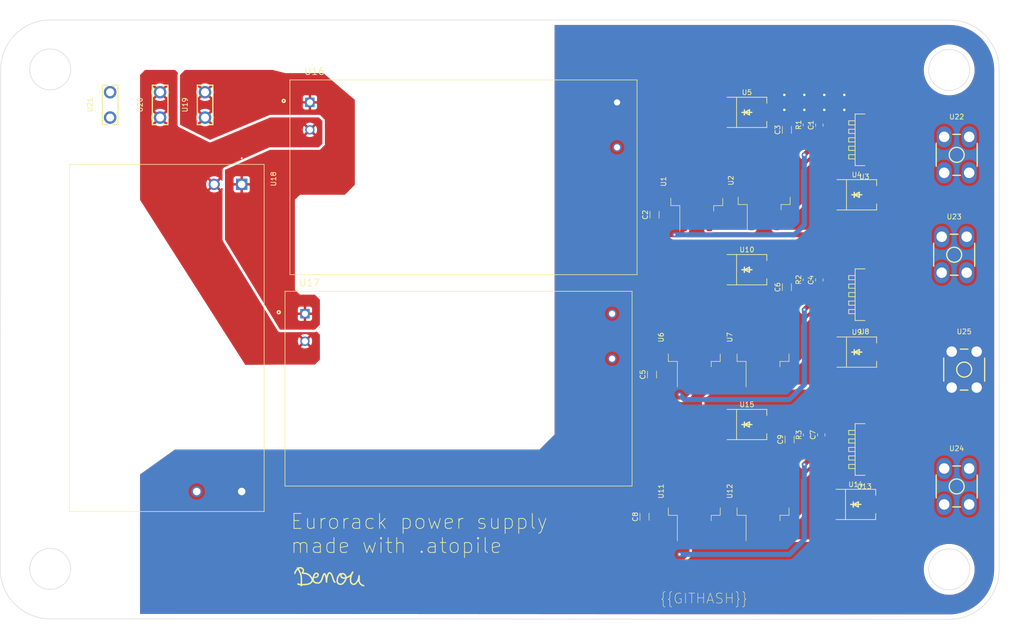
<source format=kicad_pcb>
(kicad_pcb (version 20221018) (generator pcbnew)
  (layers (0 "F.Cu" signal) (31 "B.Cu" signal) (34 "B.Paste" user) (35 "F.Paste" user) (36 "B.SilkS" user "B.Silkscreen") (37 "F.SilkS" user "F.Silkscreen") (38 "B.Mask" user) (39 "F.Mask" user) (44 "Edge.Cuts" user))
  (net 0 "")
  (net 1 "p1")
  (net 2 "p2")
  (net 3 "sink")
  (net 4 "p2-1")
  (net 5 "NC")
  (net 6 "sink-1")
  (net 7 "p2-2")
  (net 8 "sink-2")
  (net 9 "p2-3")
  (net 10 "sink-3")
  (net 11 "p1-1")
  (net 12 "NC-1")
  (net 13 "p2-4")
  (net 14 "sink-4")
  (net 15 "p2-5")
  (net 16 "sink-5")
  (net 17 "p1-2")
  (net 18 "L")
  (net 19 "N")
  (net 20 "NC-2")
  (net 21 "PE")
  (net 22 "v_pos-3")
  (net 23 "v_pos-4")
  (net 24 "v_pos-2")
  (net 25 "v_pos")
  (net 26 "v_neg")
  (net 27 "v_pos-1")
  (net 28 "v_neg-1")
  (footprint "Package_TO_SOT_SMD:TO-263-2" (layer "F.Cu") (at 202.72 93.54 90)
    (fp_text reference "U7" (at 0 -6.65 90) (layer "F.SilkS"))
    (fp_text value "?")
    (pad "1" smd roundrect (at -7.65 -2.54 90) (size 4.6 1.1) (layers "F.Cu" "F.Paste" "F.Mask") (roundrect_rratio 0.227273) (net 7 "p2-2"))
    (pad "2" smd roundrect (at -0.925 -2.775 90) (size 4.55 5.25) (layers "F.Cu" "F.Paste") (roundrect_rratio 0.054945) (net 10 "sink-3"))
    (pad "2" smd roundrect (at -0.925 2.775 90) (size 4.55 5.25) (layers "F.Cu" "F.Paste") (roundrect_rratio 0.054945) (net 10 "sink-3"))
    (pad "2" smd roundrect (at 1.5 0 90) (size 9.4 10.8) (layers "F.Cu" "F.Mask") (roundrect_rratio 0.026596) (net 10 "sink-3"))
    (pad "2" smd roundrect (at 3.925 -2.775 90) (size 4.55 5.25) (layers "F.Cu" "F.Paste") (roundrect_rratio 0.054945) (net 10 "sink-3"))
    (pad "2" smd roundrect (at 3.925 2.775 90) (size 4.55 5.25) (layers "F.Cu" "F.Paste") (roundrect_rratio 0.054945) (net 10 "sink-3"))
    (pad "3" smd roundrect (at -7.65 2.54 90) (size 4.6 1.1) (layers "F.Cu" "F.Paste" "F.Mask") (roundrect_rratio 0.227273) (net 9 "p2-3"))
  )
  (footprint "lib:C1206" (layer "F.Cu") (at 180.5 101 90)
    (fp_text reference "C5" (at 0 -1.85 90) (layer "F.SilkS"))
    (fp_text value "22uF")
    (pad "1" smd roundrect (at -1.475 0 90) (size 1.15 1.8) (layers "F.Cu" "F.Paste" "F.Mask") (roundrect_rratio 0.217391) (net 22 "v_pos-3"))
    (pad "2" smd roundrect (at 1.475 0 90) (size 1.15 1.8) (layers "F.Cu" "F.Paste" "F.Mask") (roundrect_rratio 0.217391) (net 28 "v_neg-1"))
  )
  (footprint "lib:IRM-30-15" (layer "F.Cu") (at 142.75 61.5)
    (fp_text reference "U16" (at -29.845 -21.209) (layer "F.SilkS") (effects (font (size 1.4 1.4))))
    (fp_text value "?")
    (pad "1" thru_hole rect (at -30.75 -15) (size 1.86 1.86) (drill 1.24) (layers "*.Cu" "*.Mask") (net 18 "L"))
    (pad "2" thru_hole circle (at -30.75 -9.5) (size 1.86 1.86) (drill 1.24) (layers "*.Cu" "*.Mask") (net 19 "N"))
    (pad "3" thru_hole circle (at 30.75 -6) (size 1.86 1.86) (drill 1.24) (layers "*.Cu" "*.Mask") (net 24 "v_pos-2"))
    (pad "4" thru_hole circle (at 30.75 -15) (size 1.86 1.86) (drill 1.24) (layers "*.Cu" "*.Mask") (net 26 "v_neg"))
  )
  (footprint "lib:SMC_L6.9-W5.9-LS7.9-RD" (layer "F.Cu") (at 221.5 65)
    (fp_text reference "U4" (at 0 -4) (layer "F.SilkS"))
    (fp_text value "")
    (pad "1" smd rect (at -3.69 0) (size 2.7 3.3) (layers "F.Cu" "F.Paste" "F.Mask") (net 4 "p2-1"))
    (pad "2" smd rect (at 3.69 0) (size 2.7 3.3) (layers "F.Cu" "F.Paste" "F.Mask") (net 25 "v_pos"))
  )
  (footprint "lib:C1206" (layer "F.Cu") (at 179 129.475 90)
    (fp_text reference "C8" (at 0 -1.85 90) (layer "F.SilkS"))
    (fp_text value "22uF")
    (pad "1" smd roundrect (at -1.475 0 90) (size 1.15 1.8) (layers "F.Cu" "F.Paste" "F.Mask") (roundrect_rratio 0.217391) (net 23 "v_pos-4"))
    (pad "2" smd roundrect (at 1.475 0 90) (size 1.15 1.8) (layers "F.Cu" "F.Paste" "F.Mask") (roundrect_rratio 0.217391) (net 26 "v_neg"))
  )
  (footprint "lib:C1206" (layer "F.Cu") (at 208.05 114 90)
    (fp_text reference "C9" (at 0 -1.85 90) (layer "F.SilkS"))
    (fp_text value "22uF")
    (pad "1" smd roundrect (at -1.475 0 90) (size 1.15 1.8) (layers "F.Cu" "F.Paste" "F.Mask") (roundrect_rratio 0.217391) (net 27 "v_pos-1"))
    (pad "2" smd roundrect (at 1.475 0 90) (size 1.15 1.8) (layers "F.Cu" "F.Paste" "F.Mask") (roundrect_rratio 0.217391) (net 26 "v_neg"))
  )
  (footprint "lib:DD-PAK-5_L10.2-W8.9-P1.70-LS14.0-BR" (layer "F.Cu") (at 223 54 180)
    (fp_text reference "U3" (at 0 -7.4 180) (layer "F.SilkS"))
    (fp_text value "")
    (pad "1" smd rect (at 5.05 3.4 180) (size 3.5 1.02) (layers "F.Cu" "F.Paste" "F.Mask") (net 5 "NC"))
    (pad "2" smd rect (at 5.05 1.7 180) (size 3.5 1.02) (layers "F.Cu" "F.Paste" "F.Mask") (net 1 "p1"))
    (pad "3" smd rect (at 5.05 0 180) (size 3.5 1.02) (layers "F.Cu" "F.Paste" "F.Mask") (net 25 "v_pos"))
    (pad "4" smd rect (at 5.05 -1.7 180) (size 3.5 1.02) (layers "F.Cu" "F.Paste" "F.Mask") (net 24 "v_pos-2"))
    (pad "5" smd rect (at 5.05 -3.4 180) (size 3.5 1.02) (layers "F.Cu" "F.Paste" "F.Mask") (net 4 "p2-1"))
    (pad "6" smd rect (at -5.05 0) (size 8.71 10.59) (layers "F.Cu" "F.Paste" "F.Mask") (net 25 "v_pos"))
  )
  (footprint "lib:PSK-30D-9" (layer "F.Cu") (at 83.34 93.66 -90)
    (fp_text reference "U18" (at -31.825 -21.385 -90) (layer "F.SilkS"))
    (fp_text value "?")
    (pad "1" thru_hole rect (at -30.75 -15 270) (size 2.25 2.25) (drill 1.5) (layers "*.Cu" "*.Mask") (net 18 "L"))
    (pad "2" thru_hole circle (at -30.75 -9.5 270) (size 2.25 2.25) (drill 1.5) (layers "*.Cu" "*.Mask") (net 19 "N"))
    (pad "3" thru_hole circle (at 30.75 -6 270) (size 2.25 2.25) (drill 1.5) (layers "*.Cu" "*.Mask") (net 23 "v_pos-4"))
    (pad "4" thru_hole circle (at 30.75 -15 270) (size 2.25 2.25) (drill 1.5) (layers "*.Cu" "*.Mask") (net 26 "v_neg"))
  )
  (footprint "lib:C1206" (layer "F.Cu") (at 181 69 90)
    (fp_text reference "C2" (at 0 -1.85 90) (layer "F.SilkS"))
    (fp_text value "22uF")
    (pad "1" smd roundrect (at -1.475 0 90) (size 1.15 1.8) (layers "F.Cu" "F.Paste" "F.Mask") (roundrect_rratio 0.217391) (net 24 "v_pos-2"))
    (pad "2" smd roundrect (at 1.475 0 90) (size 1.15 1.8) (layers "F.Cu" "F.Paste" "F.Mask") (roundrect_rratio 0.217391) (net 26 "v_neg"))
  )
  (footprint "lib:SMC_L6.9-W5.9-LS7.9-RD" (layer "F.Cu") (at 221.31 127)
    (fp_text reference "U14" (at 0 -4) (layer "F.SilkS"))
    (fp_text value "")
    (pad "1" smd rect (at -3.69 0) (size 2.7 3.3) (layers "F.Cu" "F.Paste" "F.Mask") (net 15 "p2-5"))
    (pad "2" smd rect (at 3.69 0) (size 2.7 3.3) (layers "F.Cu" "F.Paste" "F.Mask") (net 27 "v_pos-1"))
  )
  (footprint "lib:DD-PAK-5_L10.2-W8.9-P1.70-LS14.0-BR" (layer "F.Cu") (at 223 85 180)
    (fp_text reference "U8" (at 0 -7.4 180) (layer "F.SilkS"))
    (fp_text value "")
    (pad "1" smd rect (at 5.05 3.4 180) (size 3.5 1.02) (layers "F.Cu" "F.Paste" "F.Mask") (net 12 "NC-1"))
    (pad "2" smd rect (at 5.05 1.7 180) (size 3.5 1.02) (layers "F.Cu" "F.Paste" "F.Mask") (net 11 "p1-1"))
    (pad "3" smd rect (at 5.05 0 180) (size 3.5 1.02) (layers "F.Cu" "F.Paste" "F.Mask") (net 26 "v_neg"))
    (pad "4" smd rect (at 5.05 -1.7 180) (size 3.5 1.02) (layers "F.Cu" "F.Paste" "F.Mask") (net 22 "v_pos-3"))
    (pad "5" smd rect (at 5.05 -3.4 180) (size 3.5 1.02) (layers "F.Cu" "F.Paste" "F.Mask") (net 9 "p2-3"))
    (pad "6" smd rect (at -5.05 0) (size 8.71 10.59) (layers "F.Cu" "F.Paste" "F.Mask") (net 26 "v_neg"))
  )
  (footprint "lib:SMC_L6.9-W5.9-LS7.9-RD" (layer "F.Cu") (at 199.5 80)
    (fp_text reference "U10" (at 0 -4) (layer "F.SilkS"))
    (fp_text value "")
    (pad "1" smd rect (at -3.69 0) (size 2.7 3.3) (layers "F.Cu" "F.Paste" "F.Mask") (net 26 "v_neg"))
    (pad "2" smd rect (at 3.69 0) (size 2.7 3.3) (layers "F.Cu" "F.Paste" "F.Mask") (net 28 "v_neg-1"))
  )
  (footprint "lib:C0805" (layer "F.Cu") (at 214.39 113.07 90)
    (fp_text reference "C7" (at 0 -1.68 90) (layer "F.SilkS"))
    (fp_text value "10.0 pF")
    (pad "1" smd roundrect (at -0.95 0 90) (size 1 1.45) (layers "F.Cu" "F.Paste" "F.Mask") (net 17 "p1-2"))
    (pad "2" smd roundrect (at 0.95 0 90) (size 1 1.45) (layers "F.Cu" "F.Paste" "F.Mask") (net 26 "v_neg"))
  )
  (footprint "lib:CONN-TH_T34001" (layer "F.Cu") (at 241 77)
    (fp_text reference "U23" (at 0 -7.6) (layer "F.SilkS"))
    (fp_text value "")
    (pad "1" thru_hole oval (at -2.5 3.6) (size 3 4.25) (drill 2.100021) (layers "*.Cu" "*.Mask") (net 28 "v_neg-1"))
    (pad "2" thru_hole oval (at 2.5 3.6) (size 3 4.25) (drill 2.100021) (layers "*.Cu" "*.Mask") (net 28 "v_neg-1"))
    (pad "3" thru_hole oval (at 2.5 -3.6) (size 3 4.25) (drill 2.100021) (layers "*.Cu" "*.Mask") (net 28 "v_neg-1"))
    (pad "4" thru_hole oval (at -2.5 -3.6) (size 3 4.25) (drill 2.100021) (layers "*.Cu" "*.Mask") (net 28 "v_neg-1"))
  )
  (footprint "lib:R0805" (layer "F.Cu") (at 211.5 82 90)
    (fp_text reference "R2" (at 0 -1.65 90) (layer "F.SilkS"))
    (fp_text value "243k")
    (pad "1" smd roundrect (at -0.9125 0 90) (size 1.025 1.4) (layers "F.Cu" "F.Paste" "F.Mask") (roundrect_rratio 0.243902) (net 11 "p1-1"))
    (pad "2" smd roundrect (at 0.9125 0 90) (size 1.025 1.4) (layers "F.Cu" "F.Paste" "F.Mask") (roundrect_rratio 0.243902) (net 28 "v_neg-1"))
  )
  (footprint "lib:C1206" (layer "F.Cu") (at 207.5 52 90)
    (fp_text reference "C3" (at 0 -1.85 90) (layer "F.SilkS"))
    (fp_text value "22uF")
    (pad "1" smd roundrect (at -1.475 0 90) (size 1.15 1.8) (layers "F.Cu" "F.Paste" "F.Mask") (roundrect_rratio 0.217391) (net 25 "v_pos"))
    (pad "2" smd roundrect (at 1.475 0 90) (size 1.15 1.8) (layers "F.Cu" "F.Paste" "F.Mask") (roundrect_rratio 0.217391) (net 26 "v_neg"))
  )
  (footprint "lib:CONN-TH_T34001" (layer "F.Cu") (at 241.5 123.4)
    (fp_text reference "U24" (at 0 -7.6) (layer "F.SilkS"))
    (fp_text value "")
    (pad "1" thru_hole oval (at -2.5 3.6) (size 3 4.25) (drill 2.100021) (layers "*.Cu" "*.Mask") (net 27 "v_pos-1"))
    (pad "2" thru_hole oval (at 2.5 3.6) (size 3 4.25) (drill 2.100021) (layers "*.Cu" "*.Mask") (net 27 "v_pos-1"))
    (pad "3" thru_hole oval (at 2.5 -3.6) (size 3 4.25) (drill 2.100021) (layers "*.Cu" "*.Mask") (net 27 "v_pos-1"))
    (pad "4" thru_hole oval (at -2.5 -3.6) (size 3 4.25) (drill 2.100021) (layers "*.Cu" "*.Mask") (net 27 "v_pos-1"))
  )
  (footprint "lib:CONN-TH_63849-1" (layer "F.Cu") (at 91 47 90)
    (fp_text reference "U19" (at 0 -4 90) (layer "F.SilkS"))
    (fp_text value "")
    (pad "1" thru_hole circle (at -2.54 0 90) (size 2.5 2.5) (drill 1.599997) (layers "*.Cu" "*.Mask") (net 18 "L"))
    (pad "1" thru_hole circle (at 2.54 0 90) (size 2.5 2.5) (drill 1.599997) (layers "*.Cu" "*.Mask") (net 18 "L"))
  )
  (footprint "Package_TO_SOT_SMD:TO-263-2" (layer "F.Cu") (at 202.72 124.35 90)
    (fp_text reference "U12" (at 0 -6.65 90) (layer "F.SilkS"))
    (fp_text value "?")
    (pad "1" smd roundrect (at -7.65 -2.54 90) (size 4.6 1.1) (layers "F.Cu" "F.Paste" "F.Mask") (roundrect_rratio 0.227273) (net 13 "p2-4"))
    (pad "2" smd roundrect (at -0.925 -2.775 90) (size 4.55 5.25) (layers "F.Cu" "F.Paste") (roundrect_rratio 0.054945) (net 16 "sink-5"))
    (pad "2" smd roundrect (at -0.925 2.775 90) (size 4.55 5.25) (layers "F.Cu" "F.Paste") (roundrect_rratio 0.054945) (net 16 "sink-5"))
    (pad "2" smd roundrect (at 1.5 0 90) (size 9.4 10.8) (layers "F.Cu" "F.Mask") (roundrect_rratio 0.026596) (net 16 "sink-5"))
    (pad "2" smd roundrect (at 3.925 -2.775 90) (size 4.55 5.25) (layers "F.Cu" "F.Paste") (roundrect_rratio 0.054945) (net 16 "sink-5"))
    (pad "2" smd roundrect (at 3.925 2.775 90) (size 4.55 5.25) (layers "F.Cu" "F.Paste") (roundrect_rratio 0.054945) (net 16 "sink-5"))
    (pad "3" smd roundrect (at -7.65 2.54 90) (size 4.6 1.1) (layers "F.Cu" "F.Paste" "F.Mask") (roundrect_rratio 0.227273) (net 15 "p2-5"))
  )
  (footprint "lib:DD-PAK-5_L10.2-W8.9-P1.70-LS14.0-BR" (layer "F.Cu") (at 223 116 180)
    (fp_text reference "U13" (at 0 -7.4 180) (layer "F.SilkS"))
    (fp_text value "")
    (pad "1" smd rect (at 5.05 3.4 180) (size 3.5 1.02) (layers "F.Cu" "F.Paste" "F.Mask") (net 20 "NC-2"))
    (pad "2" smd rect (at 5.05 1.7 180) (size 3.5 1.02) (layers "F.Cu" "F.Paste" "F.Mask") (net 17 "p1-2"))
    (pad "3" smd rect (at 5.05 0 180) (size 3.5 1.02) (layers "F.Cu" "F.Paste" "F.Mask") (net 27 "v_pos-1"))
    (pad "4" smd rect (at 5.05 -1.7 180) (size 3.5 1.02) (layers "F.Cu" "F.Paste" "F.Mask") (net 23 "v_pos-4"))
    (pad "5" smd rect (at 5.05 -3.4 180) (size 3.5 1.02) (layers "F.Cu" "F.Paste" "F.Mask") (net 15 "p2-5"))
    (pad "6" smd rect (at -5.05 0) (size 8.71 10.59) (layers "F.Cu" "F.Paste" "F.Mask") (net 27 "v_pos-1"))
  )
  (footprint "Package_TO_SOT_SMD:TO-263-2" (layer "F.Cu") (at 188.96 93.54 90)
    (fp_text reference "U6" (at 0 -6.65 90) (layer "F.SilkS"))
    (fp_text value "?")
    (pad "1" smd roundrect (at -7.65 -2.54 90) (size 4.6 1.1) (layers "F.Cu" "F.Paste" "F.Mask") (roundrect_rratio 0.227273) (net 22 "v_pos-3"))
    (pad "2" smd roundrect (at -0.925 -2.775 90) (size 4.55 5.25) (layers "F.Cu" "F.Paste") (roundrect_rratio 0.054945) (net 8 "sink-2"))
    (pad "2" smd roundrect (at -0.925 2.775 90) (size 4.55 5.25) (layers "F.Cu" "F.Paste") (roundrect_rratio 0.054945) (net 8 "sink-2"))
    (pad "2" smd roundrect (at 1.5 0 90) (size 9.4 10.8) (layers "F.Cu" "F.Mask") (roundrect_rratio 0.026596) (net 8 "sink-2"))
    (pad "2" smd roundrect (at 3.925 -2.775 90) (size 4.55 5.25) (layers "F.Cu" "F.Paste") (roundrect_rratio 0.054945) (net 8 "sink-2"))
    (pad "2" smd roundrect (at 3.925 2.775 90) (size 4.55 5.25) (layers "F.Cu" "F.Paste") (roundrect_rratio 0.054945) (net 8 "sink-2"))
    (pad "3" smd roundrect (at -7.65 2.54 90) (size 4.6 1.1) (layers "F.Cu" "F.Paste" "F.Mask") (roundrect_rratio 0.227273) (net 7 "p2-2"))
  )
  (footprint "lib:CONN-TH_63849-1" (layer "F.Cu") (at 72 47 90)
    (fp_text reference "U21" (at 0 -4 90) (layer "F.SilkS"))
    (fp_text value "")
    (pad "1" thru_hole circle (at -2.54 0 90) (size 2.5 2.5) (drill 1.599997) (layers "*.Cu" "*.Mask") (net 21 "PE"))
    (pad "1" thru_hole circle (at 2.54 0 90) (size 2.5 2.5) (drill 1.599997) (layers "*.Cu" "*.Mask") (net 21 "PE"))
  )
  (footprint "lib:R0805" (layer "F.Cu") (at 211.55 113.0875 90)
    (fp_text reference "R3" (at 0 -1.65 90) (layer "F.SilkS"))
    (fp_text value "100k")
    (pad "1" smd roundrect (at -0.9125 0 90) (size 1.025 1.4) (layers "F.Cu" "F.Paste" "F.Mask") (roundrect_rratio 0.243902) (net 17 "p1-2"))
    (pad "2" smd roundrect (at 0.9125 0 90) (size 1.025 1.4) (layers "F.Cu" "F.Paste" "F.Mask") (roundrect_rratio 0.243902) (net 26 "v_neg"))
  )
  (footprint "lib:C0805" (layer "F.Cu") (at 214 51.05 90)
    (fp_text reference "C1" (at 0 -1.68 90) (layer "F.SilkS"))
    (fp_text value "10.0 pF")
    (pad "1" smd roundrect (at -0.95 0 90) (size 1 1.45) (layers "F.Cu" "F.Paste" "F.Mask") (net 1 "p1"))
    (pad "2" smd roundrect (at 0.95 0 90) (size 1 1.45) (layers "F.Cu" "F.Paste" "F.Mask") (net 26 "v_neg"))
  )
  (footprint "lib:SMC_L6.9-W5.9-LS7.9-RD" (layer "F.Cu") (at 199.5 111)
    (fp_text reference "U15" (at 0 -4) (layer "F.SilkS"))
    (fp_text value "")
    (pad "1" smd rect (at -3.69 0) (size 2.7 3.3) (layers "F.Cu" "F.Paste" "F.Mask") (net 27 "v_pos-1"))
    (pad "2" smd rect (at 3.69 0) (size 2.7 3.3) (layers "F.Cu" "F.Paste" "F.Mask") (net 26 "v_neg"))
  )
  (footprint "lib:R0805" (layer "F.Cu") (at 211.5 51 90)
    (fp_text reference "R1" (at 0 -1.65 90) (layer "F.SilkS"))
    (fp_text value "243k")
    (pad "1" smd roundrect (at -0.9125 0 90) (size 1.025 1.4) (layers "F.Cu" "F.Paste" "F.Mask") (roundrect_rratio 0.243902) (net 1 "p1"))
    (pad "2" smd roundrect (at 0.9125 0 90) (size 1.025 1.4) (layers "F.Cu" "F.Paste" "F.Mask") (roundrect_rratio 0.243902) (net 26 "v_neg"))
  )
  (footprint "Package_TO_SOT_SMD:TO-263-2" (layer "F.Cu") (at 189.46 62.35 90)
    (fp_text reference "U1" (at 0 -6.65 90) (layer "F.SilkS"))
    (fp_text value "?")
    (pad "1" smd roundrect (at -7.65 -2.54 90) (size 4.6 1.1) (layers "F.Cu" "F.Paste" "F.Mask") (roundrect_rratio 0.227273) (net 24 "v_pos-2"))
    (pad "2" smd roundrect (at -0.925 -2.775 90) (size 4.55 5.25) (layers "F.Cu" "F.Paste") (roundrect_rratio 0.054945) (net 3 "sink"))
    (pad "2" smd roundrect (at -0.925 2.775 90) (size 4.55 5.25) (layers "F.Cu" "F.Paste") (roundrect_rratio 0.054945) (net 3 "sink"))
    (pad "2" smd roundrect (at 1.5 0 90) (size 9.4 10.8) (layers "F.Cu" "F.Mask") (roundrect_rratio 0.026596) (net 3 "sink"))
    (pad "2" smd roundrect (at 3.925 -2.775 90) (size 4.55 5.25) (layers "F.Cu" "F.Paste") (roundrect_rratio 0.054945) (net 3 "sink"))
    (pad "2" smd roundrect (at 3.925 2.775 90) (size 4.55 5.25) (layers "F.Cu" "F.Paste") (roundrect_rratio 0.054945) (net 3 "sink"))
    (pad "3" smd roundrect (at -7.65 2.54 90) (size 4.6 1.1) (layers "F.Cu" "F.Paste" "F.Mask") (roundrect_rratio 0.227273) (net 2 "p2"))
  )
  (footprint "lib:CONN-TH_T34001" (layer "F.Cu") (at 243 100)
    (fp_text reference "U25" (at 0 -7.6) (layer "F.SilkS"))
    (fp_text value "")
    (pad "1" thru_hole oval (at -2.5 3.6) (size 3 4.25) (drill 2.100021) (layers "*.Cu" "*.Mask") (net 26 "v_neg"))
    (pad "2" thru_hole oval (at 2.5 3.6) (size 3 4.25) (drill 2.100021) (layers "*.Cu" "*.Mask") (net 26 "v_neg"))
    (pad "3" thru_hole oval (at 2.5 -3.6) (size 3 4.25) (drill 2.100021) (layers "*.Cu" "*.Mask") (net 26 "v_neg"))
    (pad "4" thru_hole oval (at -2.5 -3.6) (size 3 4.25) (drill 2.100021) (layers "*.Cu" "*.Mask") (net 26 "v_neg"))
  )
  (footprint "lib:CONN-TH_T34001" (layer "F.Cu") (at 241.5 57)
    (fp_text reference "U22" (at 0 -7.6) (layer "F.SilkS"))
    (fp_text value "")
    (pad "1" thru_hole oval (at -2.5 3.6) (size 3 4.25) (drill 2.100021) (layers "*.Cu" "*.Mask") (net 25 "v_pos"))
    (pad "2" thru_hole oval (at 2.5 3.6) (size 3 4.25) (drill 2.100021) (layers "*.Cu" "*.Mask") (net 25 "v_pos"))
    (pad "3" thru_hole oval (at 2.5 -3.6) (size 3 4.25) (drill 2.100021) (layers "*.Cu" "*.Mask") (net 25 "v_pos"))
    (pad "4" thru_hole oval (at -2.5 -3.6) (size 3 4.25) (drill 2.100021) (layers "*.Cu" "*.Mask") (net 25 "v_pos"))
  )
  (footprint "lib:IRM-30-15" (layer "F.Cu") (at 141.76 103.82)
    (fp_text reference "U17" (at -29.845 -21.209) (layer "F.SilkS") (effects (font (size 1.4 1.4))))
    (fp_text value "?")
    (pad "1" thru_hole rect (at -30.75 -15) (size 1.86 1.86) (drill 1.24) (layers "*.Cu" "*.Mask") (net 18 "L"))
    (pad "2" thru_hole circle (at -30.75 -9.5) (size 1.86 1.86) (drill 1.24) (layers "*.Cu" "*.Mask") (net 19 "N"))
    (pad "3" thru_hole circle (at 30.75 -6) (size 1.86 1.86) (drill 1.24) (layers "*.Cu" "*.Mask") (net 22 "v_pos-3"))
    (pad "4" thru_hole circle (at 30.75 -15) (size 1.86 1.86) (drill 1.24) (layers "*.Cu" "*.Mask") (net 28 "v_neg-1"))
  )
  (footprint "lib:SMC_L6.9-W5.9-LS7.9-RD" (layer "F.Cu") (at 221.5 96.5)
    (fp_text reference "U9" (at 0 -4) (layer "F.SilkS"))
    (fp_text value "")
    (pad "1" smd rect (at -3.69 0) (size 2.7 3.3) (layers "F.Cu" "F.Paste" "F.Mask") (net 9 "p2-3"))
    (pad "2" smd rect (at 3.69 0) (size 2.7 3.3) (layers "F.Cu" "F.Paste" "F.Mask") (net 26 "v_neg"))
  )
  (footprint "lib:C1206" (layer "F.Cu") (at 207.5 83.5 90)
    (fp_text reference "C6" (at 0 -1.85 90) (layer "F.SilkS"))
    (fp_text value "22uF")
    (pad "1" smd roundrect (at -1.475 0 90) (size 1.15 1.8) (layers "F.Cu" "F.Paste" "F.Mask") (roundrect_rratio 0.217391) (net 26 "v_neg"))
    (pad "2" smd roundrect (at 1.475 0 90) (size 1.15 1.8) (layers "F.Cu" "F.Paste" "F.Mask") (roundrect_rratio 0.217391) (net 28 "v_neg-1"))
  )
  (footprint "Package_TO_SOT_SMD:TO-263-2" (layer "F.Cu") (at 202.955 62.135 90)
    (fp_text reference "U2" (at 0 -6.65 90) (layer "F.SilkS"))
    (fp_text value "?")
    (pad "1" smd roundrect (at -7.65 -2.54 90) (size 4.6 1.1) (layers "F.Cu" "F.Paste" "F.Mask") (roundrect_rratio 0.227273) (net 2 "p2"))
    (pad "2" smd roundrect (at -0.925 -2.775 90) (size 4.55 5.25) (layers "F.Cu" "F.Paste") (roundrect_rratio 0.054945) (net 6 "sink-1"))
    (pad "2" smd roundrect (at -0.925 2.775 90) (size 4.55 5.25) (layers "F.Cu" "F.Paste") (roundrect_rratio 0.054945) (net 6 "sink-1"))
    (pad "2" smd roundrect (at 1.5 0 90) (size 9.4 10.8) (layers "F.Cu" "F.Mask") (roundrect_rratio 0.026596) (net 6 "sink-1"))
    (pad "2" smd roundrect (at 3.925 -2.775 90) (size 4.55 5.25) (layers "F.Cu" "F.Paste") (roundrect_rratio 0.054945) (net 6 "sink-1"))
    (pad "2" smd roundrect (at 3.925 2.775 90) (size 4.55 5.25) (layers "F.Cu" "F.Paste") (roundrect_rratio 0.054945) (net 6 "sink-1"))
    (pad "3" smd roundrect (at -7.65 2.54 90) (size 4.6 1.1) (layers "F.Cu" "F.Paste" "F.Mask") (roundrect_rratio 0.227273) (net 4 "p2-1"))
  )
  (footprint "lib:SMC_L6.9-W5.9-LS7.9-RD" (layer "F.Cu") (at 199.5 48.5)
    (fp_text reference "U5" (at 0 -4) (layer "F.SilkS"))
    (fp_text value "")
    (pad "1" smd rect (at -3.69 0) (size 2.7 3.3) (layers "F.Cu" "F.Paste" "F.Mask") (net 25 "v_pos"))
    (pad "2" smd rect (at 3.69 0) (size 2.7 3.3) (layers "F.Cu" "F.Paste" "F.Mask") (net 26 "v_neg"))
  )
  (footprint "lib:CONN-TH_63849-1" (layer "F.Cu") (at 82 47 90)
    (fp_text reference "U20" (at 0 -4 90) (layer "F.SilkS"))
    (fp_text value "")
    (pad "1" thru_hole circle (at -2.54 0 90) (size 2.5 2.5) (drill 1.599997) (layers "*.Cu" "*.Mask") (net 19 "N"))
    (pad "1" thru_hole circle (at 2.54 0 90) (size 2.5 2.5) (drill 1.599997) (layers "*.Cu" "*.Mask") (net 19 "N"))
  )
  (footprint "lib:C0805" (layer "F.Cu") (at 214 82.05 90)
    (fp_text reference "C4" (at 0 -1.68 90) (layer "F.SilkS"))
    (fp_text value "10.0 pF")
    (pad "1" smd roundrect (at -0.95 0 90) (size 1 1.45) (layers "F.Cu" "F.Paste" "F.Mask") (net 11 "p1-1"))
    (pad "2" smd roundrect (at 0.95 0 90) (size 1 1.45) (layers "F.Cu" "F.Paste" "F.Mask") (net 28 "v_neg-1"))
  )
  (footprint "Package_TO_SOT_SMD:TO-263-2" (layer "F.Cu") (at 188.96 124.35 90)
    (fp_text reference "U11" (at 0 -6.65 90) (layer "F.SilkS"))
    (fp_text value "?")
    (pad "1" smd roundrect (at -7.65 -2.54 90) (size 4.6 1.1) (layers "F.Cu" "F.Paste" "F.Mask") (roundrect_rratio 0.227273) (net 23 "v_pos-4"))
    (pad "2" smd roundrect (at -0.925 -2.775 90) (size 4.55 5.25) (layers "F.Cu" "F.Paste") (roundrect_rratio 0.054945) (net 14 "sink-4"))
    (pad "2" smd roundrect (at -0.925 2.775 90) (size 4.55 5.25) (layers "F.Cu" "F.Paste") (roundrect_rratio 0.054945) (net 14 "sink-4"))
    (pad "2" smd roundrect (at 1.5 0 90) (size 9.4 10.8) (layers "F.Cu" "F.Mask") (roundrect_rratio 0.026596) (net 14 "sink-4"))
    (pad "2" smd roundrect (at 3.925 -2.775 90) (size 4.55 5.25) (layers "F.Cu" "F.Paste") (roundrect_rratio 0.054945) (net 14 "sink-4"))
    (pad "2" smd roundrect (at 3.925 2.775 90) (size 4.55 5.25) (layers "F.Cu" "F.Paste") (roundrect_rratio 0.054945) (net 14 "sink-4"))
    (pad "3" smd roundrect (at -7.65 2.54 90) (size 4.6 1.1) (layers "F.Cu" "F.Paste" "F.Mask") (roundrect_rratio 0.227273) (net 13 "p2-4"))
  )
  (footprint "benou:Benou_bot_graphics_15mm" (layer "B.Cu") (at 116 141 180)
    (fp_text reference "BenouGraphic" hide)
    (fp_text value "" hide)
  )
  (gr_arc (start 50.100495 39.998995) (mid 52.96473 32.934731) (end 60 30) (stroke (width 0.1)) (layer "Edge.Cuts"))
  (gr_circle (center 240 40) (end 244.1 40) (stroke (width 0.1)) (fill none) (layer "Edge.Cuts"))
  (gr_circle (center 60 139.9) (end 64.1 139.9) (stroke (width 0.1)) (fill none) (layer "Edge.Cuts"))
  (gr_circle (center 240 140) (end 244.1 140) (stroke (width 0.1)) (fill none) (layer "Edge.Cuts"))
  (gr_circle (center 60 39.9) (end 64.1 39.9) (stroke (width 0.1)) (fill none) (layer "Edge.Cuts"))
  (gr_line (start 50.100495 39.998995) (end 50.000001 140) (stroke (width 0.1)) (layer "Edge.Cuts"))
  (gr_line (start 60 149.900499) (end 240 150) (stroke (width 0.1)) (layer "Edge.Cuts"))
  (gr_line (start 250 140) (end 250 40) (stroke (width 0.1)) (layer "Edge.Cuts"))
  (gr_arc (start 250 140) (mid 247.071068 147.071068) (end 240 150) (stroke (width 0.1)) (layer "Edge.Cuts"))
  (gr_arc (start 60 149.900499) (mid 52.964024 147.006688) (end 50.000001 140) (stroke (width 0.1)) (layer "Edge.Cuts"))
  (gr_arc (start 240 30) (mid 247.071068 32.928932) (end 250 40) (stroke (width 0.1)) (layer "Edge.Cuts"))
  (gr_line (start 240 30) (end 60 30) (stroke (width 0.1)) (layer "Edge.Cuts"))
  (gr_text "{{GITHASH}} " (at 182 147) (layer "F.SilkS") (effects (font (size 2 2) (thickness 0.1)) (justify left bottom)))
  (gr_text "Eurorack power supply\nmade with .atopile" (at 108 137) (layer "F.SilkS") (effects (font (size 3 3)) (justify left bottom)))
  (segment (start 217.95 52.3) (end 211.8875 52.3) (width 1) (layer "F.Cu") (net 1))
  (segment (start 211.8875 52.3) (end 211.5 51.9125) (width 1) (layer "F.Cu") (net 1))
  (segment (start 217.95 83.3) (end 211.8875 83.3) (width 1) (layer "F.Cu") (net 11))
  (segment (start 211.8875 83.3) (end 211.5 82.9125) (width 1) (layer "F.Cu") (net 11))
  (segment (start 217.4 114.3) (end 211.3 114.3) (width 1) (layer "F.Cu") (net 17))
  (segment (start 211.3 114.3) (end 211 114) (width 1) (layer "F.Cu") (net 17))
  (segment (start 217.95 86.7) (end 212.3 86.7) (width 1) (layer "F.Cu") (net 22))
  (segment (start 212.3 86.7) (end 211 88) (width 1) (layer "F.Cu") (net 22))
  (via (at 211 88) (size 0.8) (drill 0.4) (layers "F.Cu" "B.Cu") (net 22))
  (via (at 186 105) (size 1) (drill 0.4) (layers "F.Cu" "B.Cu") (net 22))
  (segment (start 208 106) (end 187 106) (width 1) (layer "B.Cu") (net 22))
  (segment (start 187 106) (end 186 105) (width 1) (layer "B.Cu") (net 22))
  (segment (start 211 103) (end 208 106) (width 1) (layer "B.Cu") (net 22))
  (segment (start 211 88) (end 211 103) (width 1) (layer "B.Cu") (net 22))
  (segment (start 217.95 117.7) (end 212.3 117.7) (width 1) (layer "F.Cu") (net 23))
  (segment (start 212.3 117.7) (end 211 119) (width 1) (layer "F.Cu") (net 23))
  (via (at 211 119) (size 1) (drill 0.4) (layers "F.Cu" "B.Cu") (net 23))
  (via (at 186 137) (size 1) (drill 0.5) (layers "F.Cu" "B.Cu") (net 23))
  (segment (start 211 119) (end 211 134) (width 1) (layer "B.Cu") (net 23))
  (segment (start 211 134) (end 208 137) (width 1) (layer "B.Cu") (net 23))
  (segment (start 208 137) (end 186 137) (width 1) (layer "B.Cu") (net 23))
  (segment (start 217.95 55.7) (end 212.3 55.7) (width 1) (layer "F.Cu") (net 24))
  (segment (start 212.3 55.7) (end 211 57) (width 1) (layer "F.Cu") (net 24))
  (via (at 211 57) (size 1) (drill 0.5) (layers "F.Cu" "B.Cu") (net 24))
  (via (at 185 73) (size 0.8) (drill 0.4) (layers "F.Cu" "B.Cu") (net 24))
  (segment (start 211 57) (end 211 71) (width 1) (layer "B.Cu") (net 24))
  (segment (start 211 71) (end 209 73) (width 1) (layer "B.Cu") (net 24))
  (segment (start 209 73) (end 185 73) (width 1) (layer "B.Cu") (net 24))
  (via (at 219 48) (size 1) (drill 0.5) (layers "F.Cu" "B.Cu") (net 26))
  (via (at 211 48) (size 1) (drill 0.5) (layers "F.Cu" "B.Cu") (net 26))
  (via (at 215 45) (size 1) (drill 0.5) (layers "F.Cu" "B.Cu") (net 26))
  (via (at 207 45) (size 1) (drill 0.5) (layers "F.Cu" "B.Cu") (net 26))
  (via (at 211 45) (size 1) (drill 0.5) (layers "F.Cu" "B.Cu") (net 26))
  (via (at 215 48) (size 1) (drill 0.5) (layers "F.Cu" "B.Cu") (net 26))
  (via (at 219 45) (size 1) (drill 0.5) (layers "F.Cu" "B.Cu") (net 26))
  (via (at 207 48) (size 1) (drill 0.5) (layers "F.Cu" "B.Cu") (net 26))
  (zone (net 26) (net_name "v_neg") (layer "F.Cu") (connect_pads yes (clearance 0.5)) (min_thickness 0.25) (fill yes (thermal_gap 0.5) (thermal_bridge_width 0.5))
    (polygon (pts (xy 161 113) (xy 158 116) (xy 85 116) (xy 78 121) (xy 78 154) (xy 255 154) (xy 255 26) (xy 161 26) (xy 161 32)))
  )
  (zone (net 25) (net_name "v_pos") (layer "F.Cu") (priority 9) (connect_pads yes (clearance 0.5)) (min_thickness 0.25) (fill yes (thermal_gap 0.5) (thermal_bridge_width 0.5) (island_removal_mode 1) (island_area_min 10))
    (polygon (pts (xy 191 36) (xy 193 34) (xy 228 34) (xy 230 36) (xy 230 43) (xy 235 48) (xy 244 48) (xy 247 51) (xy 247 64) (xy 244 67) (xy 239 67) (xy 234 67) (xy 229 67) (xy 221 67) (xy 219 65) (xy 219 56) (xy 198 56) (xy 191 49)))
  )
  (zone (net 26) (net_name "v_neg") (layer "F.Cu") (priority 11) (connect_pads yes (clearance 0.5)) (min_thickness 0.25) (fill yes (thermal_gap 0.5) (thermal_bridge_width 0.5) (island_removal_mode 1) (island_area_min 10))
    (polygon (pts (xy 201 109) (xy 220 109) (xy 222 111) (xy 222 114) (xy 221 115) (xy 202 115) (xy 200 113) (xy 200 110)))
  )
  (zone (net 24) (net_name "v_pos-2") (layer "F.Cu") (priority 7) (connect_pads yes (clearance 0.5)) (min_thickness 0.25) (fill yes (thermal_gap 0.5) (thermal_bridge_width 0.5) (island_removal_mode 1) (island_area_min 10))
    (polygon (pts (xy 170 53) (xy 171 52) (xy 176 52) (xy 177 53) (xy 177 68) (xy 178 69) (xy 183 69) (xy 185 68) (xy 187 68) (xy 187 73) (xy 186 74) (xy 171 74) (xy 170 73)))
  )
  (zone (net 15) (net_name "p2-5") (layer "F.Cu") (priority 8) (connect_pads yes (clearance 0.5)) (min_thickness 0.25) (fill yes (thermal_gap 0.5) (thermal_bridge_width 0.5) (island_removal_mode 1) (island_area_min 10))
    (polygon (pts (xy 205 130) (xy 210 130) (xy 211 129) (xy 211 122) (xy 214 119) (xy 219 119) (xy 219 129) (xy 218 130) (xy 218 133) (xy 217 134) (xy 205 134)))
  )
  (zone (net 9) (net_name "p2-3") (layer "F.Cu") (priority 8) (connect_pads yes (clearance 0.5)) (min_thickness 0.25) (fill yes (thermal_gap 0.5) (thermal_bridge_width 0.5) (island_removal_mode 1) (island_area_min 10))
    (polygon (pts (xy 205 99) (xy 210 99) (xy 211 98) (xy 211 91) (xy 214 88) (xy 219 88) (xy 219 98) (xy 218 99) (xy 218 102) (xy 217 103) (xy 205 103)))
  )
  (zone (net 27) (net_name "v_pos-1") (layer "F.Cu") (priority 9) (connect_pads yes (clearance 0.5)) (min_thickness 0.25) (fill yes (thermal_gap 0.5) (thermal_bridge_width 0.5) (island_removal_mode 1) (island_area_min 10))
    (polygon (pts (xy 191 106) (xy 193 104) (xy 228 104) (xy 230 106) (xy 233 109) (xy 238 114) (xy 244 114) (xy 247 117) (xy 247 130) (xy 244 133) (xy 239 133) (xy 234 133) (xy 229 133) (xy 221 133) (xy 219 131) (xy 219 118) (xy 198 118) (xy 191 113)))
  )
  (zone (net 4) (net_name "p2-1") (layer "F.Cu") (priority 8) (connect_pads yes (clearance 0.5)) (min_thickness 0.25) (fill yes (thermal_gap 0.5) (thermal_bridge_width 0.5) (island_removal_mode 1) (island_area_min 10))
    (polygon (pts (xy 205 68) (xy 210 68) (xy 211 67) (xy 211 60) (xy 214 57) (xy 219 57) (xy 219 67) (xy 218 68) (xy 218 71) (xy 217 72) (xy 205 72)))
  )
  (zone (net 22) (net_name "v_pos-3") (layer "F.Cu") (priority 4) (connect_pads yes (clearance 0.5)) (min_thickness 0.25) (fill yes (thermal_gap 0.5) (thermal_bridge_width 0.5) (island_removal_mode 1) (island_area_min 10))
    (polygon (pts (xy 170 95) (xy 171 94) (xy 174 94) (xy 175 95) (xy 175 101) (xy 176 102) (xy 183 102) (xy 184 101) (xy 184 100) (xy 185 99) (xy 187 99) (xy 188 100) (xy 188 105) (xy 187 106) (xy 171 106) (xy 170 105)))
  )
  (zone (net 2) (net_name "p2") (layer "F.Cu") (priority 2) (connect_pads yes (clearance 0.5)) (min_thickness 0.25) (fill yes (thermal_gap 0.5) (thermal_bridge_width 0.5) (island_removal_mode 1) (island_area_min 10))
    (polygon (pts (xy 192 68) (xy 200 68) (xy 200 72) (xy 192 72)))
  )
  (zone (net 26) (net_name "v_neg") (layer "F.Cu") (priority 11) (connect_pads yes (clearance 0.5)) (min_thickness 0.25) (fill yes (thermal_gap 0.5) (thermal_bridge_width 0.5) (island_removal_mode 1) (island_area_min 10))
    (polygon (pts (xy 201 42) (xy 220 42) (xy 222 44) (xy 222 52) (xy 221 53) (xy 202 53) (xy 200 51) (xy 200 43)))
  )
  (zone (net 18) (net_name "L") (layer "F.Cu") (name "L") (priority 1) (connect_pads (clearance 0.5)) (min_thickness 0.25) (fill yes (thermal_gap 0.5) (thermal_bridge_width 0.5))
    (polygon (pts (xy 87 40) (xy 96.92 40) (xy 102 40) (xy 104.54 40) (xy 107.08 40.64) (xy 114.7 40.64) (xy 121 46) (xy 121 63) (xy 119 65) (xy 110 65) (xy 109 66) (xy 109 84) (xy 110 85) (xy 113 85) (xy 114 86) (xy 114 91) (xy 113 92) (xy 106 92) (xy 95 74) (xy 95 60) (xy 104 56) (xy 114 56) (xy 115 55) (xy 115 50) (xy 114 49) (xy 104 49) (xy 92 54) (xy 86 51) (xy 86 41)))
  )
  (zone (net 19) (net_name "N") (layer "F.Cu") (name "N") (connect_pads (clearance 0.5)) (min_thickness 0.25) (fill yes (thermal_gap 0.5) (thermal_bridge_width 0.5) (island_removal_mode 1) (island_area_min 10))
    (polygon (pts (xy 78 41) (xy 79 40) (xy 85 40) (xy 86 41) (xy 86 51) (xy 92 54) (xy 104 49) (xy 114 49) (xy 115 50) (xy 115 55) (xy 114 56) (xy 104 56) (xy 95 60) (xy 95 74) (xy 106 92) (xy 113 92) (xy 114 93) (xy 114 98) (xy 113 99) (xy 106 99) (xy 99.06 99.06) (xy 78 66.04)))
  )
  (zone (net 23) (net_name "v_pos-4") (layer "F.Cu") (priority 3) (connect_pads yes (clearance 0.5)) (min_thickness 0.25) (fill yes (thermal_gap 0.5) (thermal_bridge_width 0.5) (island_removal_mode 1) (island_area_min 10))
    (polygon (pts (xy 87 121) (xy 88 120) (xy 93 120) (xy 94 121) (xy 94 128) (xy 95 129) (xy 175 129) (xy 177 130) (xy 186 130) (xy 188 131) (xy 188 137) (xy 187 138) (xy 88 138) (xy 87 137)))
  )
  (zone (net 26) (net_name "v_neg") (layer "F.Cu") (priority 10) (connect_pads yes (clearance 0.5)) (min_thickness 0.25) (fill yes (thermal_gap 0.5) (thermal_bridge_width 0.5) (island_removal_mode 1) (island_area_min 10))
    (polygon (pts (xy 195 78) (xy 198 78) (xy 199 79) (xy 199 81) (xy 200 82) (xy 202 84) (xy 219 84) (xy 220 85) (xy 219 86) (xy 212 86) (xy 211 87) (xy 196 87) (xy 195 86)))
  )
  (zone (net 13) (net_name "p2-4") (layer "F.Cu") (priority 5) (connect_pads yes (clearance 0.5)) (min_thickness 0.25) (fill yes (thermal_gap 0.5) (thermal_bridge_width 0.5) (island_removal_mode 1) (island_area_min 10))
    (polygon (pts (xy 191 130) (xy 200 130) (xy 200 134) (xy 191 134)))
  )
  (zone (net 28) (net_name "v_neg-1") (layer "F.Cu") (priority 8) (connect_pads yes (clearance 0.5)) (min_thickness 0.25) (fill yes (thermal_gap 0.5) (thermal_bridge_width 0.5) (island_removal_mode 1) (island_area_min 10))
    (polygon (pts (xy 247 84) (xy 247 70) (xy 223 70) (xy 220 74) (xy 170 74) (xy 168 76) (xy 168 92) (xy 169 94) (xy 175 94) (xy 175 100) (xy 177 101) (xy 181 101) (xy 182 101) (xy 182 91) (xy 182 84) (xy 184 82) (xy 234 82) (xy 236 84)))
  )
  (zone (net 7) (net_name "p2-2") (layer "F.Cu") (priority 6) (connect_pads yes (clearance 0.5)) (min_thickness 0.25) (fill yes (thermal_gap 0.5) (thermal_bridge_width 0.5) (island_removal_mode 1) (island_area_min 10))
    (polygon (pts (xy 191 99) (xy 200 99) (xy 200 103) (xy 191 103)))
  )
  (zone (net 26) (net_name "v_neg") (layer "B.Cu") (connect_pads yes (clearance 0.5)) (min_thickness 0.25) (fill yes (thermal_gap 0.5) (thermal_bridge_width 0.5))
    (polygon (pts (xy 161 113) (xy 158 116) (xy 85 116) (xy 78 121) (xy 78 154) (xy 255 154) (xy 255 26) (xy 161 26) (xy 161 32)))
  )
)
</source>
